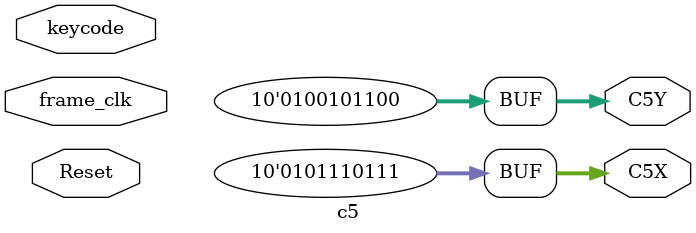
<source format=sv>



module  c5 ( input Reset, frame_clk, input [7:0] keycode,
               output [9:0]  C5X, C5Y);
    
       
    assign C5X = 375;
   
    assign C5Y = 300;
    

endmodule

</source>
